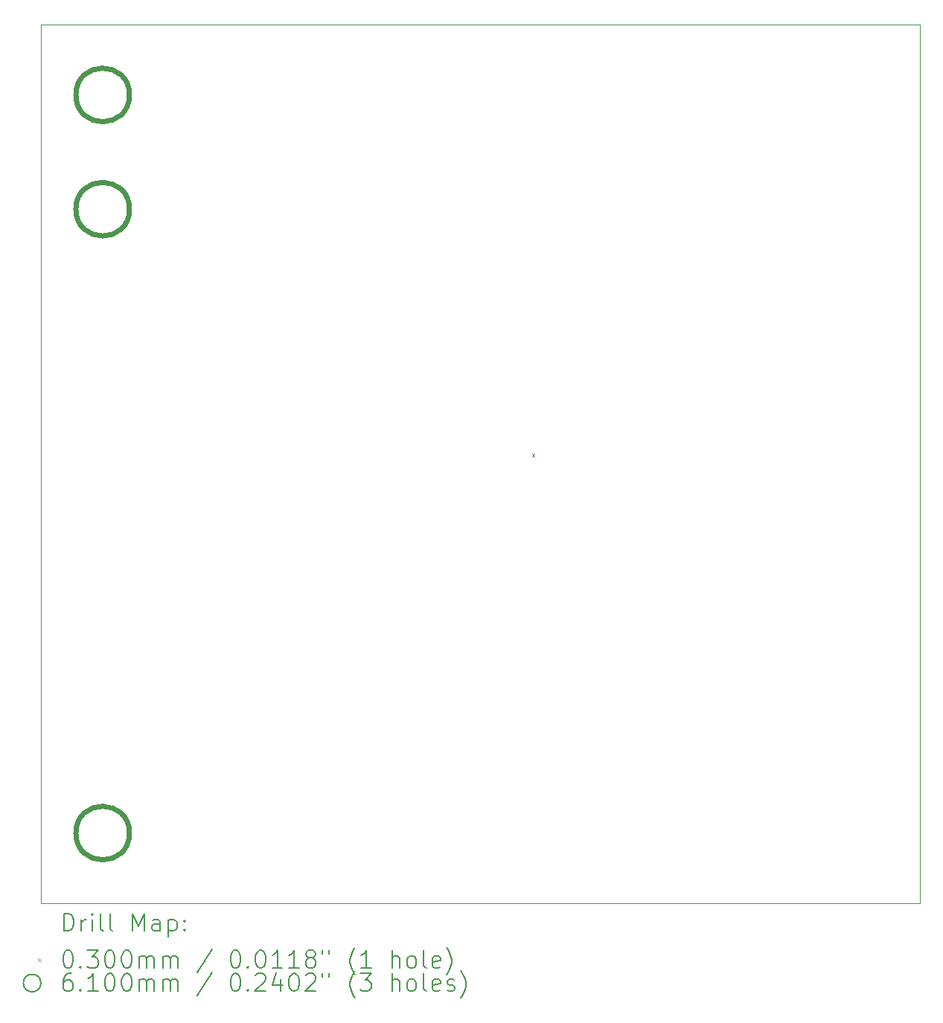
<source format=gbr>
%TF.GenerationSoftware,KiCad,Pcbnew,7.0.11+dfsg-1build4*%
%TF.CreationDate,2025-01-11T13:27:20-06:00*%
%TF.ProjectId,InductorAntenna,496e6475-6374-46f7-9241-6e74656e6e61,rev?*%
%TF.SameCoordinates,Original*%
%TF.FileFunction,Drillmap*%
%TF.FilePolarity,Positive*%
%FSLAX45Y45*%
G04 Gerber Fmt 4.5, Leading zero omitted, Abs format (unit mm)*
G04 Created by KiCad (PCBNEW 7.0.11+dfsg-1build4) date 2025-01-11 13:27:20*
%MOMM*%
%LPD*%
G01*
G04 APERTURE LIST*
%ADD10C,0.050000*%
%ADD11C,0.200000*%
%ADD12C,0.100000*%
%ADD13C,0.610000*%
G04 APERTURE END LIST*
D10*
X15000000Y-5000000D02*
X15000000Y-15000000D01*
X5000000Y-5000000D02*
X15000000Y-5000000D01*
X15000000Y-15000000D02*
X5000000Y-15000000D01*
X5000000Y-15000000D02*
X5000000Y-5000000D01*
D11*
D12*
X10585000Y-9885000D02*
X10615000Y-9915000D01*
X10615000Y-9885000D02*
X10585000Y-9915000D01*
D13*
X6005000Y-5800000D02*
G75*
G03*
X5395000Y-5800000I-305000J0D01*
G01*
X5395000Y-5800000D02*
G75*
G03*
X6005000Y-5800000I305000J0D01*
G01*
X6005000Y-7100000D02*
G75*
G03*
X5395000Y-7100000I-305000J0D01*
G01*
X5395000Y-7100000D02*
G75*
G03*
X6005000Y-7100000I305000J0D01*
G01*
X6005000Y-14200000D02*
G75*
G03*
X5395000Y-14200000I-305000J0D01*
G01*
X5395000Y-14200000D02*
G75*
G03*
X6005000Y-14200000I305000J0D01*
G01*
D11*
X5258277Y-15313984D02*
X5258277Y-15113984D01*
X5258277Y-15113984D02*
X5305896Y-15113984D01*
X5305896Y-15113984D02*
X5334467Y-15123508D01*
X5334467Y-15123508D02*
X5353515Y-15142555D01*
X5353515Y-15142555D02*
X5363039Y-15161603D01*
X5363039Y-15161603D02*
X5372563Y-15199698D01*
X5372563Y-15199698D02*
X5372563Y-15228269D01*
X5372563Y-15228269D02*
X5363039Y-15266365D01*
X5363039Y-15266365D02*
X5353515Y-15285412D01*
X5353515Y-15285412D02*
X5334467Y-15304460D01*
X5334467Y-15304460D02*
X5305896Y-15313984D01*
X5305896Y-15313984D02*
X5258277Y-15313984D01*
X5458277Y-15313984D02*
X5458277Y-15180650D01*
X5458277Y-15218746D02*
X5467801Y-15199698D01*
X5467801Y-15199698D02*
X5477324Y-15190174D01*
X5477324Y-15190174D02*
X5496372Y-15180650D01*
X5496372Y-15180650D02*
X5515420Y-15180650D01*
X5582086Y-15313984D02*
X5582086Y-15180650D01*
X5582086Y-15113984D02*
X5572563Y-15123508D01*
X5572563Y-15123508D02*
X5582086Y-15133031D01*
X5582086Y-15133031D02*
X5591610Y-15123508D01*
X5591610Y-15123508D02*
X5582086Y-15113984D01*
X5582086Y-15113984D02*
X5582086Y-15133031D01*
X5705896Y-15313984D02*
X5686848Y-15304460D01*
X5686848Y-15304460D02*
X5677324Y-15285412D01*
X5677324Y-15285412D02*
X5677324Y-15113984D01*
X5810658Y-15313984D02*
X5791610Y-15304460D01*
X5791610Y-15304460D02*
X5782086Y-15285412D01*
X5782086Y-15285412D02*
X5782086Y-15113984D01*
X6039229Y-15313984D02*
X6039229Y-15113984D01*
X6039229Y-15113984D02*
X6105896Y-15256841D01*
X6105896Y-15256841D02*
X6172562Y-15113984D01*
X6172562Y-15113984D02*
X6172562Y-15313984D01*
X6353515Y-15313984D02*
X6353515Y-15209222D01*
X6353515Y-15209222D02*
X6343991Y-15190174D01*
X6343991Y-15190174D02*
X6324943Y-15180650D01*
X6324943Y-15180650D02*
X6286848Y-15180650D01*
X6286848Y-15180650D02*
X6267801Y-15190174D01*
X6353515Y-15304460D02*
X6334467Y-15313984D01*
X6334467Y-15313984D02*
X6286848Y-15313984D01*
X6286848Y-15313984D02*
X6267801Y-15304460D01*
X6267801Y-15304460D02*
X6258277Y-15285412D01*
X6258277Y-15285412D02*
X6258277Y-15266365D01*
X6258277Y-15266365D02*
X6267801Y-15247317D01*
X6267801Y-15247317D02*
X6286848Y-15237793D01*
X6286848Y-15237793D02*
X6334467Y-15237793D01*
X6334467Y-15237793D02*
X6353515Y-15228269D01*
X6448753Y-15180650D02*
X6448753Y-15380650D01*
X6448753Y-15190174D02*
X6467801Y-15180650D01*
X6467801Y-15180650D02*
X6505896Y-15180650D01*
X6505896Y-15180650D02*
X6524943Y-15190174D01*
X6524943Y-15190174D02*
X6534467Y-15199698D01*
X6534467Y-15199698D02*
X6543991Y-15218746D01*
X6543991Y-15218746D02*
X6543991Y-15275888D01*
X6543991Y-15275888D02*
X6534467Y-15294936D01*
X6534467Y-15294936D02*
X6524943Y-15304460D01*
X6524943Y-15304460D02*
X6505896Y-15313984D01*
X6505896Y-15313984D02*
X6467801Y-15313984D01*
X6467801Y-15313984D02*
X6448753Y-15304460D01*
X6629705Y-15294936D02*
X6639229Y-15304460D01*
X6639229Y-15304460D02*
X6629705Y-15313984D01*
X6629705Y-15313984D02*
X6620182Y-15304460D01*
X6620182Y-15304460D02*
X6629705Y-15294936D01*
X6629705Y-15294936D02*
X6629705Y-15313984D01*
X6629705Y-15190174D02*
X6639229Y-15199698D01*
X6639229Y-15199698D02*
X6629705Y-15209222D01*
X6629705Y-15209222D02*
X6620182Y-15199698D01*
X6620182Y-15199698D02*
X6629705Y-15190174D01*
X6629705Y-15190174D02*
X6629705Y-15209222D01*
D12*
X4967500Y-15627500D02*
X4997500Y-15657500D01*
X4997500Y-15627500D02*
X4967500Y-15657500D01*
D11*
X5296372Y-15533984D02*
X5315420Y-15533984D01*
X5315420Y-15533984D02*
X5334467Y-15543508D01*
X5334467Y-15543508D02*
X5343991Y-15553031D01*
X5343991Y-15553031D02*
X5353515Y-15572079D01*
X5353515Y-15572079D02*
X5363039Y-15610174D01*
X5363039Y-15610174D02*
X5363039Y-15657793D01*
X5363039Y-15657793D02*
X5353515Y-15695888D01*
X5353515Y-15695888D02*
X5343991Y-15714936D01*
X5343991Y-15714936D02*
X5334467Y-15724460D01*
X5334467Y-15724460D02*
X5315420Y-15733984D01*
X5315420Y-15733984D02*
X5296372Y-15733984D01*
X5296372Y-15733984D02*
X5277324Y-15724460D01*
X5277324Y-15724460D02*
X5267801Y-15714936D01*
X5267801Y-15714936D02*
X5258277Y-15695888D01*
X5258277Y-15695888D02*
X5248753Y-15657793D01*
X5248753Y-15657793D02*
X5248753Y-15610174D01*
X5248753Y-15610174D02*
X5258277Y-15572079D01*
X5258277Y-15572079D02*
X5267801Y-15553031D01*
X5267801Y-15553031D02*
X5277324Y-15543508D01*
X5277324Y-15543508D02*
X5296372Y-15533984D01*
X5448753Y-15714936D02*
X5458277Y-15724460D01*
X5458277Y-15724460D02*
X5448753Y-15733984D01*
X5448753Y-15733984D02*
X5439229Y-15724460D01*
X5439229Y-15724460D02*
X5448753Y-15714936D01*
X5448753Y-15714936D02*
X5448753Y-15733984D01*
X5524944Y-15533984D02*
X5648753Y-15533984D01*
X5648753Y-15533984D02*
X5582086Y-15610174D01*
X5582086Y-15610174D02*
X5610658Y-15610174D01*
X5610658Y-15610174D02*
X5629705Y-15619698D01*
X5629705Y-15619698D02*
X5639229Y-15629222D01*
X5639229Y-15629222D02*
X5648753Y-15648269D01*
X5648753Y-15648269D02*
X5648753Y-15695888D01*
X5648753Y-15695888D02*
X5639229Y-15714936D01*
X5639229Y-15714936D02*
X5629705Y-15724460D01*
X5629705Y-15724460D02*
X5610658Y-15733984D01*
X5610658Y-15733984D02*
X5553515Y-15733984D01*
X5553515Y-15733984D02*
X5534467Y-15724460D01*
X5534467Y-15724460D02*
X5524944Y-15714936D01*
X5772562Y-15533984D02*
X5791610Y-15533984D01*
X5791610Y-15533984D02*
X5810658Y-15543508D01*
X5810658Y-15543508D02*
X5820182Y-15553031D01*
X5820182Y-15553031D02*
X5829705Y-15572079D01*
X5829705Y-15572079D02*
X5839229Y-15610174D01*
X5839229Y-15610174D02*
X5839229Y-15657793D01*
X5839229Y-15657793D02*
X5829705Y-15695888D01*
X5829705Y-15695888D02*
X5820182Y-15714936D01*
X5820182Y-15714936D02*
X5810658Y-15724460D01*
X5810658Y-15724460D02*
X5791610Y-15733984D01*
X5791610Y-15733984D02*
X5772562Y-15733984D01*
X5772562Y-15733984D02*
X5753515Y-15724460D01*
X5753515Y-15724460D02*
X5743991Y-15714936D01*
X5743991Y-15714936D02*
X5734467Y-15695888D01*
X5734467Y-15695888D02*
X5724943Y-15657793D01*
X5724943Y-15657793D02*
X5724943Y-15610174D01*
X5724943Y-15610174D02*
X5734467Y-15572079D01*
X5734467Y-15572079D02*
X5743991Y-15553031D01*
X5743991Y-15553031D02*
X5753515Y-15543508D01*
X5753515Y-15543508D02*
X5772562Y-15533984D01*
X5963039Y-15533984D02*
X5982086Y-15533984D01*
X5982086Y-15533984D02*
X6001134Y-15543508D01*
X6001134Y-15543508D02*
X6010658Y-15553031D01*
X6010658Y-15553031D02*
X6020182Y-15572079D01*
X6020182Y-15572079D02*
X6029705Y-15610174D01*
X6029705Y-15610174D02*
X6029705Y-15657793D01*
X6029705Y-15657793D02*
X6020182Y-15695888D01*
X6020182Y-15695888D02*
X6010658Y-15714936D01*
X6010658Y-15714936D02*
X6001134Y-15724460D01*
X6001134Y-15724460D02*
X5982086Y-15733984D01*
X5982086Y-15733984D02*
X5963039Y-15733984D01*
X5963039Y-15733984D02*
X5943991Y-15724460D01*
X5943991Y-15724460D02*
X5934467Y-15714936D01*
X5934467Y-15714936D02*
X5924943Y-15695888D01*
X5924943Y-15695888D02*
X5915420Y-15657793D01*
X5915420Y-15657793D02*
X5915420Y-15610174D01*
X5915420Y-15610174D02*
X5924943Y-15572079D01*
X5924943Y-15572079D02*
X5934467Y-15553031D01*
X5934467Y-15553031D02*
X5943991Y-15543508D01*
X5943991Y-15543508D02*
X5963039Y-15533984D01*
X6115420Y-15733984D02*
X6115420Y-15600650D01*
X6115420Y-15619698D02*
X6124943Y-15610174D01*
X6124943Y-15610174D02*
X6143991Y-15600650D01*
X6143991Y-15600650D02*
X6172563Y-15600650D01*
X6172563Y-15600650D02*
X6191610Y-15610174D01*
X6191610Y-15610174D02*
X6201134Y-15629222D01*
X6201134Y-15629222D02*
X6201134Y-15733984D01*
X6201134Y-15629222D02*
X6210658Y-15610174D01*
X6210658Y-15610174D02*
X6229705Y-15600650D01*
X6229705Y-15600650D02*
X6258277Y-15600650D01*
X6258277Y-15600650D02*
X6277324Y-15610174D01*
X6277324Y-15610174D02*
X6286848Y-15629222D01*
X6286848Y-15629222D02*
X6286848Y-15733984D01*
X6382086Y-15733984D02*
X6382086Y-15600650D01*
X6382086Y-15619698D02*
X6391610Y-15610174D01*
X6391610Y-15610174D02*
X6410658Y-15600650D01*
X6410658Y-15600650D02*
X6439229Y-15600650D01*
X6439229Y-15600650D02*
X6458277Y-15610174D01*
X6458277Y-15610174D02*
X6467801Y-15629222D01*
X6467801Y-15629222D02*
X6467801Y-15733984D01*
X6467801Y-15629222D02*
X6477324Y-15610174D01*
X6477324Y-15610174D02*
X6496372Y-15600650D01*
X6496372Y-15600650D02*
X6524943Y-15600650D01*
X6524943Y-15600650D02*
X6543991Y-15610174D01*
X6543991Y-15610174D02*
X6553515Y-15629222D01*
X6553515Y-15629222D02*
X6553515Y-15733984D01*
X6943991Y-15524460D02*
X6772563Y-15781603D01*
X7201134Y-15533984D02*
X7220182Y-15533984D01*
X7220182Y-15533984D02*
X7239229Y-15543508D01*
X7239229Y-15543508D02*
X7248753Y-15553031D01*
X7248753Y-15553031D02*
X7258277Y-15572079D01*
X7258277Y-15572079D02*
X7267801Y-15610174D01*
X7267801Y-15610174D02*
X7267801Y-15657793D01*
X7267801Y-15657793D02*
X7258277Y-15695888D01*
X7258277Y-15695888D02*
X7248753Y-15714936D01*
X7248753Y-15714936D02*
X7239229Y-15724460D01*
X7239229Y-15724460D02*
X7220182Y-15733984D01*
X7220182Y-15733984D02*
X7201134Y-15733984D01*
X7201134Y-15733984D02*
X7182086Y-15724460D01*
X7182086Y-15724460D02*
X7172563Y-15714936D01*
X7172563Y-15714936D02*
X7163039Y-15695888D01*
X7163039Y-15695888D02*
X7153515Y-15657793D01*
X7153515Y-15657793D02*
X7153515Y-15610174D01*
X7153515Y-15610174D02*
X7163039Y-15572079D01*
X7163039Y-15572079D02*
X7172563Y-15553031D01*
X7172563Y-15553031D02*
X7182086Y-15543508D01*
X7182086Y-15543508D02*
X7201134Y-15533984D01*
X7353515Y-15714936D02*
X7363039Y-15724460D01*
X7363039Y-15724460D02*
X7353515Y-15733984D01*
X7353515Y-15733984D02*
X7343991Y-15724460D01*
X7343991Y-15724460D02*
X7353515Y-15714936D01*
X7353515Y-15714936D02*
X7353515Y-15733984D01*
X7486848Y-15533984D02*
X7505896Y-15533984D01*
X7505896Y-15533984D02*
X7524944Y-15543508D01*
X7524944Y-15543508D02*
X7534467Y-15553031D01*
X7534467Y-15553031D02*
X7543991Y-15572079D01*
X7543991Y-15572079D02*
X7553515Y-15610174D01*
X7553515Y-15610174D02*
X7553515Y-15657793D01*
X7553515Y-15657793D02*
X7543991Y-15695888D01*
X7543991Y-15695888D02*
X7534467Y-15714936D01*
X7534467Y-15714936D02*
X7524944Y-15724460D01*
X7524944Y-15724460D02*
X7505896Y-15733984D01*
X7505896Y-15733984D02*
X7486848Y-15733984D01*
X7486848Y-15733984D02*
X7467801Y-15724460D01*
X7467801Y-15724460D02*
X7458277Y-15714936D01*
X7458277Y-15714936D02*
X7448753Y-15695888D01*
X7448753Y-15695888D02*
X7439229Y-15657793D01*
X7439229Y-15657793D02*
X7439229Y-15610174D01*
X7439229Y-15610174D02*
X7448753Y-15572079D01*
X7448753Y-15572079D02*
X7458277Y-15553031D01*
X7458277Y-15553031D02*
X7467801Y-15543508D01*
X7467801Y-15543508D02*
X7486848Y-15533984D01*
X7743991Y-15733984D02*
X7629706Y-15733984D01*
X7686848Y-15733984D02*
X7686848Y-15533984D01*
X7686848Y-15533984D02*
X7667801Y-15562555D01*
X7667801Y-15562555D02*
X7648753Y-15581603D01*
X7648753Y-15581603D02*
X7629706Y-15591127D01*
X7934467Y-15733984D02*
X7820182Y-15733984D01*
X7877325Y-15733984D02*
X7877325Y-15533984D01*
X7877325Y-15533984D02*
X7858277Y-15562555D01*
X7858277Y-15562555D02*
X7839229Y-15581603D01*
X7839229Y-15581603D02*
X7820182Y-15591127D01*
X8048753Y-15619698D02*
X8029706Y-15610174D01*
X8029706Y-15610174D02*
X8020182Y-15600650D01*
X8020182Y-15600650D02*
X8010658Y-15581603D01*
X8010658Y-15581603D02*
X8010658Y-15572079D01*
X8010658Y-15572079D02*
X8020182Y-15553031D01*
X8020182Y-15553031D02*
X8029706Y-15543508D01*
X8029706Y-15543508D02*
X8048753Y-15533984D01*
X8048753Y-15533984D02*
X8086848Y-15533984D01*
X8086848Y-15533984D02*
X8105896Y-15543508D01*
X8105896Y-15543508D02*
X8115420Y-15553031D01*
X8115420Y-15553031D02*
X8124944Y-15572079D01*
X8124944Y-15572079D02*
X8124944Y-15581603D01*
X8124944Y-15581603D02*
X8115420Y-15600650D01*
X8115420Y-15600650D02*
X8105896Y-15610174D01*
X8105896Y-15610174D02*
X8086848Y-15619698D01*
X8086848Y-15619698D02*
X8048753Y-15619698D01*
X8048753Y-15619698D02*
X8029706Y-15629222D01*
X8029706Y-15629222D02*
X8020182Y-15638746D01*
X8020182Y-15638746D02*
X8010658Y-15657793D01*
X8010658Y-15657793D02*
X8010658Y-15695888D01*
X8010658Y-15695888D02*
X8020182Y-15714936D01*
X8020182Y-15714936D02*
X8029706Y-15724460D01*
X8029706Y-15724460D02*
X8048753Y-15733984D01*
X8048753Y-15733984D02*
X8086848Y-15733984D01*
X8086848Y-15733984D02*
X8105896Y-15724460D01*
X8105896Y-15724460D02*
X8115420Y-15714936D01*
X8115420Y-15714936D02*
X8124944Y-15695888D01*
X8124944Y-15695888D02*
X8124944Y-15657793D01*
X8124944Y-15657793D02*
X8115420Y-15638746D01*
X8115420Y-15638746D02*
X8105896Y-15629222D01*
X8105896Y-15629222D02*
X8086848Y-15619698D01*
X8201134Y-15533984D02*
X8201134Y-15572079D01*
X8277325Y-15533984D02*
X8277325Y-15572079D01*
X8572563Y-15810174D02*
X8563039Y-15800650D01*
X8563039Y-15800650D02*
X8543991Y-15772079D01*
X8543991Y-15772079D02*
X8534468Y-15753031D01*
X8534468Y-15753031D02*
X8524944Y-15724460D01*
X8524944Y-15724460D02*
X8515420Y-15676841D01*
X8515420Y-15676841D02*
X8515420Y-15638746D01*
X8515420Y-15638746D02*
X8524944Y-15591127D01*
X8524944Y-15591127D02*
X8534468Y-15562555D01*
X8534468Y-15562555D02*
X8543991Y-15543508D01*
X8543991Y-15543508D02*
X8563039Y-15514936D01*
X8563039Y-15514936D02*
X8572563Y-15505412D01*
X8753515Y-15733984D02*
X8639230Y-15733984D01*
X8696372Y-15733984D02*
X8696372Y-15533984D01*
X8696372Y-15533984D02*
X8677325Y-15562555D01*
X8677325Y-15562555D02*
X8658277Y-15581603D01*
X8658277Y-15581603D02*
X8639230Y-15591127D01*
X8991611Y-15733984D02*
X8991611Y-15533984D01*
X9077325Y-15733984D02*
X9077325Y-15629222D01*
X9077325Y-15629222D02*
X9067801Y-15610174D01*
X9067801Y-15610174D02*
X9048753Y-15600650D01*
X9048753Y-15600650D02*
X9020182Y-15600650D01*
X9020182Y-15600650D02*
X9001134Y-15610174D01*
X9001134Y-15610174D02*
X8991611Y-15619698D01*
X9201134Y-15733984D02*
X9182087Y-15724460D01*
X9182087Y-15724460D02*
X9172563Y-15714936D01*
X9172563Y-15714936D02*
X9163039Y-15695888D01*
X9163039Y-15695888D02*
X9163039Y-15638746D01*
X9163039Y-15638746D02*
X9172563Y-15619698D01*
X9172563Y-15619698D02*
X9182087Y-15610174D01*
X9182087Y-15610174D02*
X9201134Y-15600650D01*
X9201134Y-15600650D02*
X9229706Y-15600650D01*
X9229706Y-15600650D02*
X9248753Y-15610174D01*
X9248753Y-15610174D02*
X9258277Y-15619698D01*
X9258277Y-15619698D02*
X9267801Y-15638746D01*
X9267801Y-15638746D02*
X9267801Y-15695888D01*
X9267801Y-15695888D02*
X9258277Y-15714936D01*
X9258277Y-15714936D02*
X9248753Y-15724460D01*
X9248753Y-15724460D02*
X9229706Y-15733984D01*
X9229706Y-15733984D02*
X9201134Y-15733984D01*
X9382087Y-15733984D02*
X9363039Y-15724460D01*
X9363039Y-15724460D02*
X9353515Y-15705412D01*
X9353515Y-15705412D02*
X9353515Y-15533984D01*
X9534468Y-15724460D02*
X9515420Y-15733984D01*
X9515420Y-15733984D02*
X9477325Y-15733984D01*
X9477325Y-15733984D02*
X9458277Y-15724460D01*
X9458277Y-15724460D02*
X9448753Y-15705412D01*
X9448753Y-15705412D02*
X9448753Y-15629222D01*
X9448753Y-15629222D02*
X9458277Y-15610174D01*
X9458277Y-15610174D02*
X9477325Y-15600650D01*
X9477325Y-15600650D02*
X9515420Y-15600650D01*
X9515420Y-15600650D02*
X9534468Y-15610174D01*
X9534468Y-15610174D02*
X9543992Y-15629222D01*
X9543992Y-15629222D02*
X9543992Y-15648269D01*
X9543992Y-15648269D02*
X9448753Y-15667317D01*
X9610658Y-15810174D02*
X9620182Y-15800650D01*
X9620182Y-15800650D02*
X9639230Y-15772079D01*
X9639230Y-15772079D02*
X9648753Y-15753031D01*
X9648753Y-15753031D02*
X9658277Y-15724460D01*
X9658277Y-15724460D02*
X9667801Y-15676841D01*
X9667801Y-15676841D02*
X9667801Y-15638746D01*
X9667801Y-15638746D02*
X9658277Y-15591127D01*
X9658277Y-15591127D02*
X9648753Y-15562555D01*
X9648753Y-15562555D02*
X9639230Y-15543508D01*
X9639230Y-15543508D02*
X9620182Y-15514936D01*
X9620182Y-15514936D02*
X9610658Y-15505412D01*
X4997500Y-15906500D02*
G75*
G03*
X4797500Y-15906500I-100000J0D01*
G01*
X4797500Y-15906500D02*
G75*
G03*
X4997500Y-15906500I100000J0D01*
G01*
X5343991Y-15797984D02*
X5305896Y-15797984D01*
X5305896Y-15797984D02*
X5286848Y-15807508D01*
X5286848Y-15807508D02*
X5277324Y-15817031D01*
X5277324Y-15817031D02*
X5258277Y-15845603D01*
X5258277Y-15845603D02*
X5248753Y-15883698D01*
X5248753Y-15883698D02*
X5248753Y-15959888D01*
X5248753Y-15959888D02*
X5258277Y-15978936D01*
X5258277Y-15978936D02*
X5267801Y-15988460D01*
X5267801Y-15988460D02*
X5286848Y-15997984D01*
X5286848Y-15997984D02*
X5324944Y-15997984D01*
X5324944Y-15997984D02*
X5343991Y-15988460D01*
X5343991Y-15988460D02*
X5353515Y-15978936D01*
X5353515Y-15978936D02*
X5363039Y-15959888D01*
X5363039Y-15959888D02*
X5363039Y-15912269D01*
X5363039Y-15912269D02*
X5353515Y-15893222D01*
X5353515Y-15893222D02*
X5343991Y-15883698D01*
X5343991Y-15883698D02*
X5324944Y-15874174D01*
X5324944Y-15874174D02*
X5286848Y-15874174D01*
X5286848Y-15874174D02*
X5267801Y-15883698D01*
X5267801Y-15883698D02*
X5258277Y-15893222D01*
X5258277Y-15893222D02*
X5248753Y-15912269D01*
X5448753Y-15978936D02*
X5458277Y-15988460D01*
X5458277Y-15988460D02*
X5448753Y-15997984D01*
X5448753Y-15997984D02*
X5439229Y-15988460D01*
X5439229Y-15988460D02*
X5448753Y-15978936D01*
X5448753Y-15978936D02*
X5448753Y-15997984D01*
X5648753Y-15997984D02*
X5534467Y-15997984D01*
X5591610Y-15997984D02*
X5591610Y-15797984D01*
X5591610Y-15797984D02*
X5572563Y-15826555D01*
X5572563Y-15826555D02*
X5553515Y-15845603D01*
X5553515Y-15845603D02*
X5534467Y-15855127D01*
X5772562Y-15797984D02*
X5791610Y-15797984D01*
X5791610Y-15797984D02*
X5810658Y-15807508D01*
X5810658Y-15807508D02*
X5820182Y-15817031D01*
X5820182Y-15817031D02*
X5829705Y-15836079D01*
X5829705Y-15836079D02*
X5839229Y-15874174D01*
X5839229Y-15874174D02*
X5839229Y-15921793D01*
X5839229Y-15921793D02*
X5829705Y-15959888D01*
X5829705Y-15959888D02*
X5820182Y-15978936D01*
X5820182Y-15978936D02*
X5810658Y-15988460D01*
X5810658Y-15988460D02*
X5791610Y-15997984D01*
X5791610Y-15997984D02*
X5772562Y-15997984D01*
X5772562Y-15997984D02*
X5753515Y-15988460D01*
X5753515Y-15988460D02*
X5743991Y-15978936D01*
X5743991Y-15978936D02*
X5734467Y-15959888D01*
X5734467Y-15959888D02*
X5724943Y-15921793D01*
X5724943Y-15921793D02*
X5724943Y-15874174D01*
X5724943Y-15874174D02*
X5734467Y-15836079D01*
X5734467Y-15836079D02*
X5743991Y-15817031D01*
X5743991Y-15817031D02*
X5753515Y-15807508D01*
X5753515Y-15807508D02*
X5772562Y-15797984D01*
X5963039Y-15797984D02*
X5982086Y-15797984D01*
X5982086Y-15797984D02*
X6001134Y-15807508D01*
X6001134Y-15807508D02*
X6010658Y-15817031D01*
X6010658Y-15817031D02*
X6020182Y-15836079D01*
X6020182Y-15836079D02*
X6029705Y-15874174D01*
X6029705Y-15874174D02*
X6029705Y-15921793D01*
X6029705Y-15921793D02*
X6020182Y-15959888D01*
X6020182Y-15959888D02*
X6010658Y-15978936D01*
X6010658Y-15978936D02*
X6001134Y-15988460D01*
X6001134Y-15988460D02*
X5982086Y-15997984D01*
X5982086Y-15997984D02*
X5963039Y-15997984D01*
X5963039Y-15997984D02*
X5943991Y-15988460D01*
X5943991Y-15988460D02*
X5934467Y-15978936D01*
X5934467Y-15978936D02*
X5924943Y-15959888D01*
X5924943Y-15959888D02*
X5915420Y-15921793D01*
X5915420Y-15921793D02*
X5915420Y-15874174D01*
X5915420Y-15874174D02*
X5924943Y-15836079D01*
X5924943Y-15836079D02*
X5934467Y-15817031D01*
X5934467Y-15817031D02*
X5943991Y-15807508D01*
X5943991Y-15807508D02*
X5963039Y-15797984D01*
X6115420Y-15997984D02*
X6115420Y-15864650D01*
X6115420Y-15883698D02*
X6124943Y-15874174D01*
X6124943Y-15874174D02*
X6143991Y-15864650D01*
X6143991Y-15864650D02*
X6172563Y-15864650D01*
X6172563Y-15864650D02*
X6191610Y-15874174D01*
X6191610Y-15874174D02*
X6201134Y-15893222D01*
X6201134Y-15893222D02*
X6201134Y-15997984D01*
X6201134Y-15893222D02*
X6210658Y-15874174D01*
X6210658Y-15874174D02*
X6229705Y-15864650D01*
X6229705Y-15864650D02*
X6258277Y-15864650D01*
X6258277Y-15864650D02*
X6277324Y-15874174D01*
X6277324Y-15874174D02*
X6286848Y-15893222D01*
X6286848Y-15893222D02*
X6286848Y-15997984D01*
X6382086Y-15997984D02*
X6382086Y-15864650D01*
X6382086Y-15883698D02*
X6391610Y-15874174D01*
X6391610Y-15874174D02*
X6410658Y-15864650D01*
X6410658Y-15864650D02*
X6439229Y-15864650D01*
X6439229Y-15864650D02*
X6458277Y-15874174D01*
X6458277Y-15874174D02*
X6467801Y-15893222D01*
X6467801Y-15893222D02*
X6467801Y-15997984D01*
X6467801Y-15893222D02*
X6477324Y-15874174D01*
X6477324Y-15874174D02*
X6496372Y-15864650D01*
X6496372Y-15864650D02*
X6524943Y-15864650D01*
X6524943Y-15864650D02*
X6543991Y-15874174D01*
X6543991Y-15874174D02*
X6553515Y-15893222D01*
X6553515Y-15893222D02*
X6553515Y-15997984D01*
X6943991Y-15788460D02*
X6772563Y-16045603D01*
X7201134Y-15797984D02*
X7220182Y-15797984D01*
X7220182Y-15797984D02*
X7239229Y-15807508D01*
X7239229Y-15807508D02*
X7248753Y-15817031D01*
X7248753Y-15817031D02*
X7258277Y-15836079D01*
X7258277Y-15836079D02*
X7267801Y-15874174D01*
X7267801Y-15874174D02*
X7267801Y-15921793D01*
X7267801Y-15921793D02*
X7258277Y-15959888D01*
X7258277Y-15959888D02*
X7248753Y-15978936D01*
X7248753Y-15978936D02*
X7239229Y-15988460D01*
X7239229Y-15988460D02*
X7220182Y-15997984D01*
X7220182Y-15997984D02*
X7201134Y-15997984D01*
X7201134Y-15997984D02*
X7182086Y-15988460D01*
X7182086Y-15988460D02*
X7172563Y-15978936D01*
X7172563Y-15978936D02*
X7163039Y-15959888D01*
X7163039Y-15959888D02*
X7153515Y-15921793D01*
X7153515Y-15921793D02*
X7153515Y-15874174D01*
X7153515Y-15874174D02*
X7163039Y-15836079D01*
X7163039Y-15836079D02*
X7172563Y-15817031D01*
X7172563Y-15817031D02*
X7182086Y-15807508D01*
X7182086Y-15807508D02*
X7201134Y-15797984D01*
X7353515Y-15978936D02*
X7363039Y-15988460D01*
X7363039Y-15988460D02*
X7353515Y-15997984D01*
X7353515Y-15997984D02*
X7343991Y-15988460D01*
X7343991Y-15988460D02*
X7353515Y-15978936D01*
X7353515Y-15978936D02*
X7353515Y-15997984D01*
X7439229Y-15817031D02*
X7448753Y-15807508D01*
X7448753Y-15807508D02*
X7467801Y-15797984D01*
X7467801Y-15797984D02*
X7515420Y-15797984D01*
X7515420Y-15797984D02*
X7534467Y-15807508D01*
X7534467Y-15807508D02*
X7543991Y-15817031D01*
X7543991Y-15817031D02*
X7553515Y-15836079D01*
X7553515Y-15836079D02*
X7553515Y-15855127D01*
X7553515Y-15855127D02*
X7543991Y-15883698D01*
X7543991Y-15883698D02*
X7429706Y-15997984D01*
X7429706Y-15997984D02*
X7553515Y-15997984D01*
X7724944Y-15864650D02*
X7724944Y-15997984D01*
X7677325Y-15788460D02*
X7629706Y-15931317D01*
X7629706Y-15931317D02*
X7753515Y-15931317D01*
X7867801Y-15797984D02*
X7886848Y-15797984D01*
X7886848Y-15797984D02*
X7905896Y-15807508D01*
X7905896Y-15807508D02*
X7915420Y-15817031D01*
X7915420Y-15817031D02*
X7924944Y-15836079D01*
X7924944Y-15836079D02*
X7934467Y-15874174D01*
X7934467Y-15874174D02*
X7934467Y-15921793D01*
X7934467Y-15921793D02*
X7924944Y-15959888D01*
X7924944Y-15959888D02*
X7915420Y-15978936D01*
X7915420Y-15978936D02*
X7905896Y-15988460D01*
X7905896Y-15988460D02*
X7886848Y-15997984D01*
X7886848Y-15997984D02*
X7867801Y-15997984D01*
X7867801Y-15997984D02*
X7848753Y-15988460D01*
X7848753Y-15988460D02*
X7839229Y-15978936D01*
X7839229Y-15978936D02*
X7829706Y-15959888D01*
X7829706Y-15959888D02*
X7820182Y-15921793D01*
X7820182Y-15921793D02*
X7820182Y-15874174D01*
X7820182Y-15874174D02*
X7829706Y-15836079D01*
X7829706Y-15836079D02*
X7839229Y-15817031D01*
X7839229Y-15817031D02*
X7848753Y-15807508D01*
X7848753Y-15807508D02*
X7867801Y-15797984D01*
X8010658Y-15817031D02*
X8020182Y-15807508D01*
X8020182Y-15807508D02*
X8039229Y-15797984D01*
X8039229Y-15797984D02*
X8086848Y-15797984D01*
X8086848Y-15797984D02*
X8105896Y-15807508D01*
X8105896Y-15807508D02*
X8115420Y-15817031D01*
X8115420Y-15817031D02*
X8124944Y-15836079D01*
X8124944Y-15836079D02*
X8124944Y-15855127D01*
X8124944Y-15855127D02*
X8115420Y-15883698D01*
X8115420Y-15883698D02*
X8001134Y-15997984D01*
X8001134Y-15997984D02*
X8124944Y-15997984D01*
X8201134Y-15797984D02*
X8201134Y-15836079D01*
X8277325Y-15797984D02*
X8277325Y-15836079D01*
X8572563Y-16074174D02*
X8563039Y-16064650D01*
X8563039Y-16064650D02*
X8543991Y-16036079D01*
X8543991Y-16036079D02*
X8534468Y-16017031D01*
X8534468Y-16017031D02*
X8524944Y-15988460D01*
X8524944Y-15988460D02*
X8515420Y-15940841D01*
X8515420Y-15940841D02*
X8515420Y-15902746D01*
X8515420Y-15902746D02*
X8524944Y-15855127D01*
X8524944Y-15855127D02*
X8534468Y-15826555D01*
X8534468Y-15826555D02*
X8543991Y-15807508D01*
X8543991Y-15807508D02*
X8563039Y-15778936D01*
X8563039Y-15778936D02*
X8572563Y-15769412D01*
X8629706Y-15797984D02*
X8753515Y-15797984D01*
X8753515Y-15797984D02*
X8686849Y-15874174D01*
X8686849Y-15874174D02*
X8715420Y-15874174D01*
X8715420Y-15874174D02*
X8734468Y-15883698D01*
X8734468Y-15883698D02*
X8743991Y-15893222D01*
X8743991Y-15893222D02*
X8753515Y-15912269D01*
X8753515Y-15912269D02*
X8753515Y-15959888D01*
X8753515Y-15959888D02*
X8743991Y-15978936D01*
X8743991Y-15978936D02*
X8734468Y-15988460D01*
X8734468Y-15988460D02*
X8715420Y-15997984D01*
X8715420Y-15997984D02*
X8658277Y-15997984D01*
X8658277Y-15997984D02*
X8639230Y-15988460D01*
X8639230Y-15988460D02*
X8629706Y-15978936D01*
X8991611Y-15997984D02*
X8991611Y-15797984D01*
X9077325Y-15997984D02*
X9077325Y-15893222D01*
X9077325Y-15893222D02*
X9067801Y-15874174D01*
X9067801Y-15874174D02*
X9048753Y-15864650D01*
X9048753Y-15864650D02*
X9020182Y-15864650D01*
X9020182Y-15864650D02*
X9001134Y-15874174D01*
X9001134Y-15874174D02*
X8991611Y-15883698D01*
X9201134Y-15997984D02*
X9182087Y-15988460D01*
X9182087Y-15988460D02*
X9172563Y-15978936D01*
X9172563Y-15978936D02*
X9163039Y-15959888D01*
X9163039Y-15959888D02*
X9163039Y-15902746D01*
X9163039Y-15902746D02*
X9172563Y-15883698D01*
X9172563Y-15883698D02*
X9182087Y-15874174D01*
X9182087Y-15874174D02*
X9201134Y-15864650D01*
X9201134Y-15864650D02*
X9229706Y-15864650D01*
X9229706Y-15864650D02*
X9248753Y-15874174D01*
X9248753Y-15874174D02*
X9258277Y-15883698D01*
X9258277Y-15883698D02*
X9267801Y-15902746D01*
X9267801Y-15902746D02*
X9267801Y-15959888D01*
X9267801Y-15959888D02*
X9258277Y-15978936D01*
X9258277Y-15978936D02*
X9248753Y-15988460D01*
X9248753Y-15988460D02*
X9229706Y-15997984D01*
X9229706Y-15997984D02*
X9201134Y-15997984D01*
X9382087Y-15997984D02*
X9363039Y-15988460D01*
X9363039Y-15988460D02*
X9353515Y-15969412D01*
X9353515Y-15969412D02*
X9353515Y-15797984D01*
X9534468Y-15988460D02*
X9515420Y-15997984D01*
X9515420Y-15997984D02*
X9477325Y-15997984D01*
X9477325Y-15997984D02*
X9458277Y-15988460D01*
X9458277Y-15988460D02*
X9448753Y-15969412D01*
X9448753Y-15969412D02*
X9448753Y-15893222D01*
X9448753Y-15893222D02*
X9458277Y-15874174D01*
X9458277Y-15874174D02*
X9477325Y-15864650D01*
X9477325Y-15864650D02*
X9515420Y-15864650D01*
X9515420Y-15864650D02*
X9534468Y-15874174D01*
X9534468Y-15874174D02*
X9543992Y-15893222D01*
X9543992Y-15893222D02*
X9543992Y-15912269D01*
X9543992Y-15912269D02*
X9448753Y-15931317D01*
X9620182Y-15988460D02*
X9639230Y-15997984D01*
X9639230Y-15997984D02*
X9677325Y-15997984D01*
X9677325Y-15997984D02*
X9696373Y-15988460D01*
X9696373Y-15988460D02*
X9705896Y-15969412D01*
X9705896Y-15969412D02*
X9705896Y-15959888D01*
X9705896Y-15959888D02*
X9696373Y-15940841D01*
X9696373Y-15940841D02*
X9677325Y-15931317D01*
X9677325Y-15931317D02*
X9648753Y-15931317D01*
X9648753Y-15931317D02*
X9629706Y-15921793D01*
X9629706Y-15921793D02*
X9620182Y-15902746D01*
X9620182Y-15902746D02*
X9620182Y-15893222D01*
X9620182Y-15893222D02*
X9629706Y-15874174D01*
X9629706Y-15874174D02*
X9648753Y-15864650D01*
X9648753Y-15864650D02*
X9677325Y-15864650D01*
X9677325Y-15864650D02*
X9696373Y-15874174D01*
X9772563Y-16074174D02*
X9782087Y-16064650D01*
X9782087Y-16064650D02*
X9801134Y-16036079D01*
X9801134Y-16036079D02*
X9810658Y-16017031D01*
X9810658Y-16017031D02*
X9820182Y-15988460D01*
X9820182Y-15988460D02*
X9829706Y-15940841D01*
X9829706Y-15940841D02*
X9829706Y-15902746D01*
X9829706Y-15902746D02*
X9820182Y-15855127D01*
X9820182Y-15855127D02*
X9810658Y-15826555D01*
X9810658Y-15826555D02*
X9801134Y-15807508D01*
X9801134Y-15807508D02*
X9782087Y-15778936D01*
X9782087Y-15778936D02*
X9772563Y-15769412D01*
M02*

</source>
